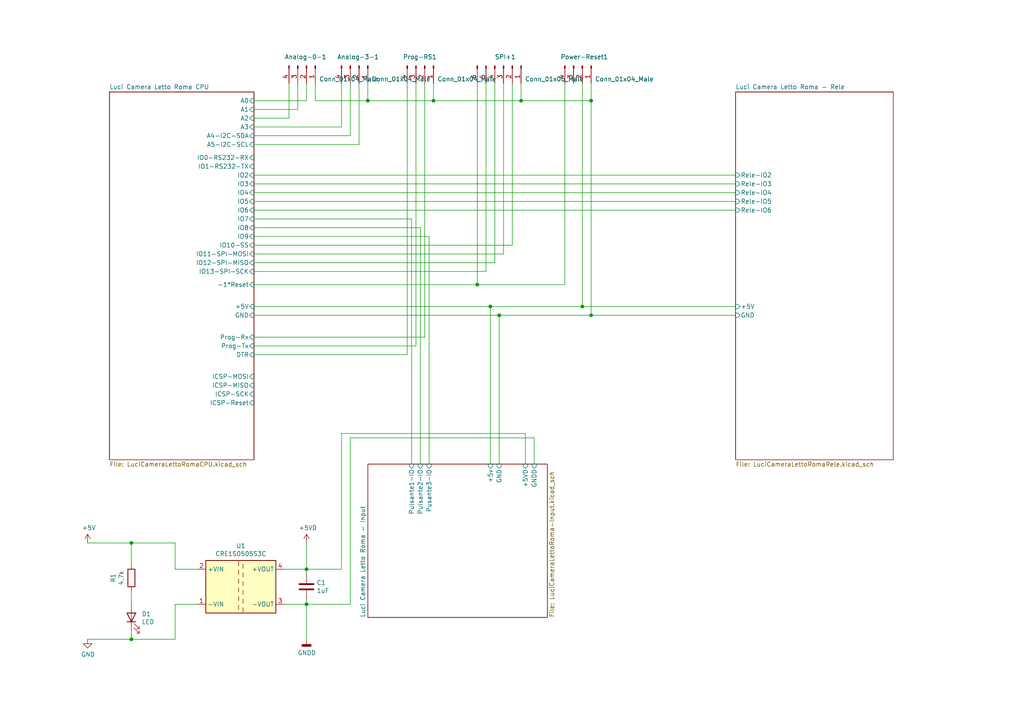
<source format=kicad_sch>
(kicad_sch (version 20211123) (generator eeschema)

  (uuid 9286cf02-1563-41d2-9931-c192c33bab31)

  (paper "A4")

  (lib_symbols
    (symbol "Connector:Conn_01x04_Male" (pin_names (offset 1.016) hide) (in_bom yes) (on_board yes)
      (property "Reference" "J" (id 0) (at 0 5.08 0)
        (effects (font (size 1.27 1.27)))
      )
      (property "Value" "Conn_01x04_Male" (id 1) (at 0 -7.62 0)
        (effects (font (size 1.27 1.27)))
      )
      (property "Footprint" "" (id 2) (at 0 0 0)
        (effects (font (size 1.27 1.27)) hide)
      )
      (property "Datasheet" "~" (id 3) (at 0 0 0)
        (effects (font (size 1.27 1.27)) hide)
      )
      (property "ki_keywords" "connector" (id 4) (at 0 0 0)
        (effects (font (size 1.27 1.27)) hide)
      )
      (property "ki_description" "Generic connector, single row, 01x04, script generated (kicad-library-utils/schlib/autogen/connector/)" (id 5) (at 0 0 0)
        (effects (font (size 1.27 1.27)) hide)
      )
      (property "ki_fp_filters" "Connector*:*_1x??_*" (id 6) (at 0 0 0)
        (effects (font (size 1.27 1.27)) hide)
      )
      (symbol "Conn_01x04_Male_1_1"
        (polyline
          (pts
            (xy 1.27 -5.08)
            (xy 0.8636 -5.08)
          )
          (stroke (width 0.1524) (type default) (color 0 0 0 0))
          (fill (type none))
        )
        (polyline
          (pts
            (xy 1.27 -2.54)
            (xy 0.8636 -2.54)
          )
          (stroke (width 0.1524) (type default) (color 0 0 0 0))
          (fill (type none))
        )
        (polyline
          (pts
            (xy 1.27 0)
            (xy 0.8636 0)
          )
          (stroke (width 0.1524) (type default) (color 0 0 0 0))
          (fill (type none))
        )
        (polyline
          (pts
            (xy 1.27 2.54)
            (xy 0.8636 2.54)
          )
          (stroke (width 0.1524) (type default) (color 0 0 0 0))
          (fill (type none))
        )
        (rectangle (start 0.8636 -4.953) (end 0 -5.207)
          (stroke (width 0.1524) (type default) (color 0 0 0 0))
          (fill (type outline))
        )
        (rectangle (start 0.8636 -2.413) (end 0 -2.667)
          (stroke (width 0.1524) (type default) (color 0 0 0 0))
          (fill (type outline))
        )
        (rectangle (start 0.8636 0.127) (end 0 -0.127)
          (stroke (width 0.1524) (type default) (color 0 0 0 0))
          (fill (type outline))
        )
        (rectangle (start 0.8636 2.667) (end 0 2.413)
          (stroke (width 0.1524) (type default) (color 0 0 0 0))
          (fill (type outline))
        )
        (pin passive line (at 5.08 2.54 180) (length 3.81)
          (name "Pin_1" (effects (font (size 1.27 1.27))))
          (number "1" (effects (font (size 1.27 1.27))))
        )
        (pin passive line (at 5.08 0 180) (length 3.81)
          (name "Pin_2" (effects (font (size 1.27 1.27))))
          (number "2" (effects (font (size 1.27 1.27))))
        )
        (pin passive line (at 5.08 -2.54 180) (length 3.81)
          (name "Pin_3" (effects (font (size 1.27 1.27))))
          (number "3" (effects (font (size 1.27 1.27))))
        )
        (pin passive line (at 5.08 -5.08 180) (length 3.81)
          (name "Pin_4" (effects (font (size 1.27 1.27))))
          (number "4" (effects (font (size 1.27 1.27))))
        )
      )
    )
    (symbol "Connector:Conn_01x06_Male" (pin_names (offset 1.016) hide) (in_bom yes) (on_board yes)
      (property "Reference" "J" (id 0) (at 0 7.62 0)
        (effects (font (size 1.27 1.27)))
      )
      (property "Value" "Conn_01x06_Male" (id 1) (at 0 -10.16 0)
        (effects (font (size 1.27 1.27)))
      )
      (property "Footprint" "" (id 2) (at 0 0 0)
        (effects (font (size 1.27 1.27)) hide)
      )
      (property "Datasheet" "~" (id 3) (at 0 0 0)
        (effects (font (size 1.27 1.27)) hide)
      )
      (property "ki_keywords" "connector" (id 4) (at 0 0 0)
        (effects (font (size 1.27 1.27)) hide)
      )
      (property "ki_description" "Generic connector, single row, 01x06, script generated (kicad-library-utils/schlib/autogen/connector/)" (id 5) (at 0 0 0)
        (effects (font (size 1.27 1.27)) hide)
      )
      (property "ki_fp_filters" "Connector*:*_1x??_*" (id 6) (at 0 0 0)
        (effects (font (size 1.27 1.27)) hide)
      )
      (symbol "Conn_01x06_Male_1_1"
        (polyline
          (pts
            (xy 1.27 -7.62)
            (xy 0.8636 -7.62)
          )
          (stroke (width 0.1524) (type default) (color 0 0 0 0))
          (fill (type none))
        )
        (polyline
          (pts
            (xy 1.27 -5.08)
            (xy 0.8636 -5.08)
          )
          (stroke (width 0.1524) (type default) (color 0 0 0 0))
          (fill (type none))
        )
        (polyline
          (pts
            (xy 1.27 -2.54)
            (xy 0.8636 -2.54)
          )
          (stroke (width 0.1524) (type default) (color 0 0 0 0))
          (fill (type none))
        )
        (polyline
          (pts
            (xy 1.27 0)
            (xy 0.8636 0)
          )
          (stroke (width 0.1524) (type default) (color 0 0 0 0))
          (fill (type none))
        )
        (polyline
          (pts
            (xy 1.27 2.54)
            (xy 0.8636 2.54)
          )
          (stroke (width 0.1524) (type default) (color 0 0 0 0))
          (fill (type none))
        )
        (polyline
          (pts
            (xy 1.27 5.08)
            (xy 0.8636 5.08)
          )
          (stroke (width 0.1524) (type default) (color 0 0 0 0))
          (fill (type none))
        )
        (rectangle (start 0.8636 -7.493) (end 0 -7.747)
          (stroke (width 0.1524) (type default) (color 0 0 0 0))
          (fill (type outline))
        )
        (rectangle (start 0.8636 -4.953) (end 0 -5.207)
          (stroke (width 0.1524) (type default) (color 0 0 0 0))
          (fill (type outline))
        )
        (rectangle (start 0.8636 -2.413) (end 0 -2.667)
          (stroke (width 0.1524) (type default) (color 0 0 0 0))
          (fill (type outline))
        )
        (rectangle (start 0.8636 0.127) (end 0 -0.127)
          (stroke (width 0.1524) (type default) (color 0 0 0 0))
          (fill (type outline))
        )
        (rectangle (start 0.8636 2.667) (end 0 2.413)
          (stroke (width 0.1524) (type default) (color 0 0 0 0))
          (fill (type outline))
        )
        (rectangle (start 0.8636 5.207) (end 0 4.953)
          (stroke (width 0.1524) (type default) (color 0 0 0 0))
          (fill (type outline))
        )
        (pin passive line (at 5.08 5.08 180) (length 3.81)
          (name "Pin_1" (effects (font (size 1.27 1.27))))
          (number "1" (effects (font (size 1.27 1.27))))
        )
        (pin passive line (at 5.08 2.54 180) (length 3.81)
          (name "Pin_2" (effects (font (size 1.27 1.27))))
          (number "2" (effects (font (size 1.27 1.27))))
        )
        (pin passive line (at 5.08 0 180) (length 3.81)
          (name "Pin_3" (effects (font (size 1.27 1.27))))
          (number "3" (effects (font (size 1.27 1.27))))
        )
        (pin passive line (at 5.08 -2.54 180) (length 3.81)
          (name "Pin_4" (effects (font (size 1.27 1.27))))
          (number "4" (effects (font (size 1.27 1.27))))
        )
        (pin passive line (at 5.08 -5.08 180) (length 3.81)
          (name "Pin_5" (effects (font (size 1.27 1.27))))
          (number "5" (effects (font (size 1.27 1.27))))
        )
        (pin passive line (at 5.08 -7.62 180) (length 3.81)
          (name "Pin_6" (effects (font (size 1.27 1.27))))
          (number "6" (effects (font (size 1.27 1.27))))
        )
      )
    )
    (symbol "Device:C" (pin_numbers hide) (pin_names (offset 0.254)) (in_bom yes) (on_board yes)
      (property "Reference" "C" (id 0) (at 0.635 2.54 0)
        (effects (font (size 1.27 1.27)) (justify left))
      )
      (property "Value" "C" (id 1) (at 0.635 -2.54 0)
        (effects (font (size 1.27 1.27)) (justify left))
      )
      (property "Footprint" "" (id 2) (at 0.9652 -3.81 0)
        (effects (font (size 1.27 1.27)) hide)
      )
      (property "Datasheet" "~" (id 3) (at 0 0 0)
        (effects (font (size 1.27 1.27)) hide)
      )
      (property "ki_keywords" "cap capacitor" (id 4) (at 0 0 0)
        (effects (font (size 1.27 1.27)) hide)
      )
      (property "ki_description" "Unpolarized capacitor" (id 5) (at 0 0 0)
        (effects (font (size 1.27 1.27)) hide)
      )
      (property "ki_fp_filters" "C_*" (id 6) (at 0 0 0)
        (effects (font (size 1.27 1.27)) hide)
      )
      (symbol "C_0_1"
        (polyline
          (pts
            (xy -2.032 -0.762)
            (xy 2.032 -0.762)
          )
          (stroke (width 0.508) (type default) (color 0 0 0 0))
          (fill (type none))
        )
        (polyline
          (pts
            (xy -2.032 0.762)
            (xy 2.032 0.762)
          )
          (stroke (width 0.508) (type default) (color 0 0 0 0))
          (fill (type none))
        )
      )
      (symbol "C_1_1"
        (pin passive line (at 0 3.81 270) (length 2.794)
          (name "~" (effects (font (size 1.27 1.27))))
          (number "1" (effects (font (size 1.27 1.27))))
        )
        (pin passive line (at 0 -3.81 90) (length 2.794)
          (name "~" (effects (font (size 1.27 1.27))))
          (number "2" (effects (font (size 1.27 1.27))))
        )
      )
    )
    (symbol "Device:LED" (pin_numbers hide) (pin_names (offset 1.016) hide) (in_bom yes) (on_board yes)
      (property "Reference" "D" (id 0) (at 0 2.54 0)
        (effects (font (size 1.27 1.27)))
      )
      (property "Value" "LED" (id 1) (at 0 -2.54 0)
        (effects (font (size 1.27 1.27)))
      )
      (property "Footprint" "" (id 2) (at 0 0 0)
        (effects (font (size 1.27 1.27)) hide)
      )
      (property "Datasheet" "~" (id 3) (at 0 0 0)
        (effects (font (size 1.27 1.27)) hide)
      )
      (property "ki_keywords" "LED diode" (id 4) (at 0 0 0)
        (effects (font (size 1.27 1.27)) hide)
      )
      (property "ki_description" "Light emitting diode" (id 5) (at 0 0 0)
        (effects (font (size 1.27 1.27)) hide)
      )
      (property "ki_fp_filters" "LED* LED_SMD:* LED_THT:*" (id 6) (at 0 0 0)
        (effects (font (size 1.27 1.27)) hide)
      )
      (symbol "LED_0_1"
        (polyline
          (pts
            (xy -1.27 -1.27)
            (xy -1.27 1.27)
          )
          (stroke (width 0.254) (type default) (color 0 0 0 0))
          (fill (type none))
        )
        (polyline
          (pts
            (xy -1.27 0)
            (xy 1.27 0)
          )
          (stroke (width 0) (type default) (color 0 0 0 0))
          (fill (type none))
        )
        (polyline
          (pts
            (xy 1.27 -1.27)
            (xy 1.27 1.27)
            (xy -1.27 0)
            (xy 1.27 -1.27)
          )
          (stroke (width 0.254) (type default) (color 0 0 0 0))
          (fill (type none))
        )
        (polyline
          (pts
            (xy -3.048 -0.762)
            (xy -4.572 -2.286)
            (xy -3.81 -2.286)
            (xy -4.572 -2.286)
            (xy -4.572 -1.524)
          )
          (stroke (width 0) (type default) (color 0 0 0 0))
          (fill (type none))
        )
        (polyline
          (pts
            (xy -1.778 -0.762)
            (xy -3.302 -2.286)
            (xy -2.54 -2.286)
            (xy -3.302 -2.286)
            (xy -3.302 -1.524)
          )
          (stroke (width 0) (type default) (color 0 0 0 0))
          (fill (type none))
        )
      )
      (symbol "LED_1_1"
        (pin passive line (at -3.81 0 0) (length 2.54)
          (name "K" (effects (font (size 1.27 1.27))))
          (number "1" (effects (font (size 1.27 1.27))))
        )
        (pin passive line (at 3.81 0 180) (length 2.54)
          (name "A" (effects (font (size 1.27 1.27))))
          (number "2" (effects (font (size 1.27 1.27))))
        )
      )
    )
    (symbol "Device:R" (pin_numbers hide) (pin_names (offset 0)) (in_bom yes) (on_board yes)
      (property "Reference" "R" (id 0) (at 2.032 0 90)
        (effects (font (size 1.27 1.27)))
      )
      (property "Value" "R" (id 1) (at 0 0 90)
        (effects (font (size 1.27 1.27)))
      )
      (property "Footprint" "" (id 2) (at -1.778 0 90)
        (effects (font (size 1.27 1.27)) hide)
      )
      (property "Datasheet" "~" (id 3) (at 0 0 0)
        (effects (font (size 1.27 1.27)) hide)
      )
      (property "ki_keywords" "R res resistor" (id 4) (at 0 0 0)
        (effects (font (size 1.27 1.27)) hide)
      )
      (property "ki_description" "Resistor" (id 5) (at 0 0 0)
        (effects (font (size 1.27 1.27)) hide)
      )
      (property "ki_fp_filters" "R_*" (id 6) (at 0 0 0)
        (effects (font (size 1.27 1.27)) hide)
      )
      (symbol "R_0_1"
        (rectangle (start -1.016 -2.54) (end 1.016 2.54)
          (stroke (width 0.254) (type default) (color 0 0 0 0))
          (fill (type none))
        )
      )
      (symbol "R_1_1"
        (pin passive line (at 0 3.81 270) (length 1.27)
          (name "~" (effects (font (size 1.27 1.27))))
          (number "1" (effects (font (size 1.27 1.27))))
        )
        (pin passive line (at 0 -3.81 90) (length 1.27)
          (name "~" (effects (font (size 1.27 1.27))))
          (number "2" (effects (font (size 1.27 1.27))))
        )
      )
    )
    (symbol "Regulator_Switching:CRE1S0505S3C" (in_bom yes) (on_board yes)
      (property "Reference" "U" (id 0) (at -8.89 8.89 0)
        (effects (font (size 1.27 1.27)))
      )
      (property "Value" "CRE1S0505S3C" (id 1) (at 2.54 8.89 0)
        (effects (font (size 1.27 1.27)))
      )
      (property "Footprint" "Converter_DCDC:Converter_DCDC_Murata_CRE1xxxxxx3C_THT" (id 2) (at 0 -10.16 0)
        (effects (font (size 1.27 1.27)) hide)
      )
      (property "Datasheet" "http://power.murata.com/datasheet?/data/power/ncl/kdc_cre1.pdf" (id 3) (at 0 -12.7 0)
        (effects (font (size 1.27 1.27)) hide)
      )
      (property "ki_keywords" "Murata isolated isolation dc-dc converter transformer" (id 4) (at 0 0 0)
        (effects (font (size 1.27 1.27)) hide)
      )
      (property "ki_description" "5V to 5V 200mA, Isolated 2W Single-Output DC-DC Converter Modules with 3kV isolation, SIP-4" (id 5) (at 0 0 0)
        (effects (font (size 1.27 1.27)) hide)
      )
      (property "ki_fp_filters" "Converter*DCDC*Murata*CRE1xxxxxx3C*" (id 6) (at 0 0 0)
        (effects (font (size 1.27 1.27)) hide)
      )
      (symbol "CRE1S0505S3C_0_1"
        (rectangle (start -10.16 7.62) (end 10.16 -7.62)
          (stroke (width 0.254) (type default) (color 0 0 0 0))
          (fill (type background))
        )
        (polyline
          (pts
            (xy -0.635 -5.334)
            (xy -0.635 -6.604)
          )
          (stroke (width 0) (type default) (color 0 0 0 0))
          (fill (type none))
        )
        (polyline
          (pts
            (xy -0.635 -2.794)
            (xy -0.635 -4.064)
          )
          (stroke (width 0) (type default) (color 0 0 0 0))
          (fill (type none))
        )
        (polyline
          (pts
            (xy -0.635 -0.254)
            (xy -0.635 -1.524)
          )
          (stroke (width 0) (type default) (color 0 0 0 0))
          (fill (type none))
        )
        (polyline
          (pts
            (xy -0.635 2.286)
            (xy -0.635 1.016)
          )
          (stroke (width 0) (type default) (color 0 0 0 0))
          (fill (type none))
        )
        (polyline
          (pts
            (xy -0.635 4.826)
            (xy -0.635 3.556)
          )
          (stroke (width 0) (type default) (color 0 0 0 0))
          (fill (type none))
        )
        (polyline
          (pts
            (xy -0.635 7.366)
            (xy -0.635 6.096)
          )
          (stroke (width 0) (type default) (color 0 0 0 0))
          (fill (type none))
        )
        (polyline
          (pts
            (xy 0.635 -7.366)
            (xy 0.635 -6.096)
          )
          (stroke (width 0) (type default) (color 0 0 0 0))
          (fill (type none))
        )
        (polyline
          (pts
            (xy 0.635 -4.826)
            (xy 0.635 -3.556)
          )
          (stroke (width 0) (type default) (color 0 0 0 0))
          (fill (type none))
        )
        (polyline
          (pts
            (xy 0.635 -2.286)
            (xy 0.635 -1.016)
          )
          (stroke (width 0) (type default) (color 0 0 0 0))
          (fill (type none))
        )
        (polyline
          (pts
            (xy 0.635 0.254)
            (xy 0.635 1.524)
          )
          (stroke (width 0) (type default) (color 0 0 0 0))
          (fill (type none))
        )
        (polyline
          (pts
            (xy 0.635 2.794)
            (xy 0.635 4.064)
          )
          (stroke (width 0) (type default) (color 0 0 0 0))
          (fill (type none))
        )
        (polyline
          (pts
            (xy 0.635 5.334)
            (xy 0.635 6.604)
          )
          (stroke (width 0) (type default) (color 0 0 0 0))
          (fill (type none))
        )
      )
      (symbol "CRE1S0505S3C_1_1"
        (pin power_in line (at -12.7 -5.08 0) (length 2.54)
          (name "-VIN" (effects (font (size 1.27 1.27))))
          (number "1" (effects (font (size 1.27 1.27))))
        )
        (pin power_in line (at -12.7 5.08 0) (length 2.54)
          (name "+VIN" (effects (font (size 1.27 1.27))))
          (number "2" (effects (font (size 1.27 1.27))))
        )
        (pin power_out line (at 12.7 -5.08 180) (length 2.54)
          (name "-VOUT" (effects (font (size 1.27 1.27))))
          (number "3" (effects (font (size 1.27 1.27))))
        )
        (pin power_out line (at 12.7 5.08 180) (length 2.54)
          (name "+VOUT" (effects (font (size 1.27 1.27))))
          (number "4" (effects (font (size 1.27 1.27))))
        )
      )
    )
    (symbol "power:+5V" (power) (pin_names (offset 0)) (in_bom yes) (on_board yes)
      (property "Reference" "#PWR" (id 0) (at 0 -3.81 0)
        (effects (font (size 1.27 1.27)) hide)
      )
      (property "Value" "+5V" (id 1) (at 0 3.556 0)
        (effects (font (size 1.27 1.27)))
      )
      (property "Footprint" "" (id 2) (at 0 0 0)
        (effects (font (size 1.27 1.27)) hide)
      )
      (property "Datasheet" "" (id 3) (at 0 0 0)
        (effects (font (size 1.27 1.27)) hide)
      )
      (property "ki_keywords" "power-flag" (id 4) (at 0 0 0)
        (effects (font (size 1.27 1.27)) hide)
      )
      (property "ki_description" "Power symbol creates a global label with name \"+5V\"" (id 5) (at 0 0 0)
        (effects (font (size 1.27 1.27)) hide)
      )
      (symbol "+5V_0_1"
        (polyline
          (pts
            (xy -0.762 1.27)
            (xy 0 2.54)
          )
          (stroke (width 0) (type default) (color 0 0 0 0))
          (fill (type none))
        )
        (polyline
          (pts
            (xy 0 0)
            (xy 0 2.54)
          )
          (stroke (width 0) (type default) (color 0 0 0 0))
          (fill (type none))
        )
        (polyline
          (pts
            (xy 0 2.54)
            (xy 0.762 1.27)
          )
          (stroke (width 0) (type default) (color 0 0 0 0))
          (fill (type none))
        )
      )
      (symbol "+5V_1_1"
        (pin power_in line (at 0 0 90) (length 0) hide
          (name "+5V" (effects (font (size 1.27 1.27))))
          (number "1" (effects (font (size 1.27 1.27))))
        )
      )
    )
    (symbol "power:+5VD" (power) (pin_names (offset 0)) (in_bom yes) (on_board yes)
      (property "Reference" "#PWR" (id 0) (at 0 -3.81 0)
        (effects (font (size 1.27 1.27)) hide)
      )
      (property "Value" "+5VD" (id 1) (at 0 3.556 0)
        (effects (font (size 1.27 1.27)))
      )
      (property "Footprint" "" (id 2) (at 0 0 0)
        (effects (font (size 1.27 1.27)) hide)
      )
      (property "Datasheet" "" (id 3) (at 0 0 0)
        (effects (font (size 1.27 1.27)) hide)
      )
      (property "ki_keywords" "power-flag" (id 4) (at 0 0 0)
        (effects (font (size 1.27 1.27)) hide)
      )
      (property "ki_description" "Power symbol creates a global label with name \"+5VD\"" (id 5) (at 0 0 0)
        (effects (font (size 1.27 1.27)) hide)
      )
      (symbol "+5VD_0_1"
        (polyline
          (pts
            (xy -0.762 1.27)
            (xy 0 2.54)
          )
          (stroke (width 0) (type default) (color 0 0 0 0))
          (fill (type none))
        )
        (polyline
          (pts
            (xy 0 0)
            (xy 0 2.54)
          )
          (stroke (width 0) (type default) (color 0 0 0 0))
          (fill (type none))
        )
        (polyline
          (pts
            (xy 0 2.54)
            (xy 0.762 1.27)
          )
          (stroke (width 0) (type default) (color 0 0 0 0))
          (fill (type none))
        )
      )
      (symbol "+5VD_1_1"
        (pin power_in line (at 0 0 90) (length 0) hide
          (name "+5VD" (effects (font (size 1.27 1.27))))
          (number "1" (effects (font (size 1.27 1.27))))
        )
      )
    )
    (symbol "power:GND" (power) (pin_names (offset 0)) (in_bom yes) (on_board yes)
      (property "Reference" "#PWR" (id 0) (at 0 -6.35 0)
        (effects (font (size 1.27 1.27)) hide)
      )
      (property "Value" "GND" (id 1) (at 0 -3.81 0)
        (effects (font (size 1.27 1.27)))
      )
      (property "Footprint" "" (id 2) (at 0 0 0)
        (effects (font (size 1.27 1.27)) hide)
      )
      (property "Datasheet" "" (id 3) (at 0 0 0)
        (effects (font (size 1.27 1.27)) hide)
      )
      (property "ki_keywords" "power-flag" (id 4) (at 0 0 0)
        (effects (font (size 1.27 1.27)) hide)
      )
      (property "ki_description" "Power symbol creates a global label with name \"GND\" , ground" (id 5) (at 0 0 0)
        (effects (font (size 1.27 1.27)) hide)
      )
      (symbol "GND_0_1"
        (polyline
          (pts
            (xy 0 0)
            (xy 0 -1.27)
            (xy 1.27 -1.27)
            (xy 0 -2.54)
            (xy -1.27 -1.27)
            (xy 0 -1.27)
          )
          (stroke (width 0) (type default) (color 0 0 0 0))
          (fill (type none))
        )
      )
      (symbol "GND_1_1"
        (pin power_in line (at 0 0 270) (length 0) hide
          (name "GND" (effects (font (size 1.27 1.27))))
          (number "1" (effects (font (size 1.27 1.27))))
        )
      )
    )
    (symbol "power:GNDD" (power) (pin_names (offset 0)) (in_bom yes) (on_board yes)
      (property "Reference" "#PWR" (id 0) (at 0 -6.35 0)
        (effects (font (size 1.27 1.27)) hide)
      )
      (property "Value" "GNDD" (id 1) (at 0 -3.175 0)
        (effects (font (size 1.27 1.27)))
      )
      (property "Footprint" "" (id 2) (at 0 0 0)
        (effects (font (size 1.27 1.27)) hide)
      )
      (property "Datasheet" "" (id 3) (at 0 0 0)
        (effects (font (size 1.27 1.27)) hide)
      )
      (property "ki_keywords" "power-flag" (id 4) (at 0 0 0)
        (effects (font (size 1.27 1.27)) hide)
      )
      (property "ki_description" "Power symbol creates a global label with name \"GNDD\" , digital ground" (id 5) (at 0 0 0)
        (effects (font (size 1.27 1.27)) hide)
      )
      (symbol "GNDD_0_1"
        (rectangle (start -1.27 -1.524) (end 1.27 -2.032)
          (stroke (width 0.254) (type default) (color 0 0 0 0))
          (fill (type outline))
        )
        (polyline
          (pts
            (xy 0 0)
            (xy 0 -1.524)
          )
          (stroke (width 0) (type default) (color 0 0 0 0))
          (fill (type none))
        )
      )
      (symbol "GNDD_1_1"
        (pin power_in line (at 0 0 270) (length 0) hide
          (name "GNDD" (effects (font (size 1.27 1.27))))
          (number "1" (effects (font (size 1.27 1.27))))
        )
      )
    )
  )

  (junction (at 38.1 157.48) (diameter 0) (color 0 0 0 0)
    (uuid 05f2859d-2820-4e84-b395-696011feb13b)
  )
  (junction (at 88.9 165.1) (diameter 0) (color 0 0 0 0)
    (uuid 0dfdfa9f-1e3f-4e14-b64b-12bde76a80c7)
  )
  (junction (at 171.45 29.21) (diameter 0) (color 0 0 0 0)
    (uuid 14094ad2-b562-4efa-8c6f-51d7a3134345)
  )
  (junction (at 138.43 82.55) (diameter 0) (color 0 0 0 0)
    (uuid 1427bb3f-0689-4b41-a816-cd79a5202fd0)
  )
  (junction (at 106.68 29.21) (diameter 0) (color 0 0 0 0)
    (uuid 1cb22080-0f59-4c18-a6e6-8685ef44ec53)
  )
  (junction (at 88.9 175.26) (diameter 0) (color 0 0 0 0)
    (uuid 5c7d6eaf-f256-4349-8203-d2e836872231)
  )
  (junction (at 125.73 29.21) (diameter 0) (color 0 0 0 0)
    (uuid 616287d9-a51f-498c-8b91-be46a0aa3a7f)
  )
  (junction (at 151.13 29.21) (diameter 0) (color 0 0 0 0)
    (uuid 637f12be-fa48-4ce4-96b2-04c21a8795c8)
  )
  (junction (at 144.78 91.44) (diameter 0) (color 0 0 0 0)
    (uuid 98fe66f3-ec8b-4515-ae34-617f2124a7ec)
  )
  (junction (at 171.45 91.44) (diameter 0) (color 0 0 0 0)
    (uuid dda1e6ca-91ec-4136-b90b-3c54d79454b9)
  )
  (junction (at 38.1 185.42) (diameter 0) (color 0 0 0 0)
    (uuid f19c9655-8ddb-411a-96dd-bd986870c3c6)
  )
  (junction (at 168.91 88.9) (diameter 0) (color 0 0 0 0)
    (uuid f5bf5b4a-5213-48af-a5cd-0d67969d2de6)
  )
  (junction (at 142.24 88.9) (diameter 0) (color 0 0 0 0)
    (uuid fc3d51c1-8b35-4da3-a742-0ebe104989d7)
  )

  (wire (pts (xy 143.51 76.2) (xy 143.51 24.13))
    (stroke (width 0) (type default) (color 0 0 0 0))
    (uuid 0cbeb329-a88d-4a47-a5c2-a1d693de2f8c)
  )
  (wire (pts (xy 123.19 24.13) (xy 123.19 97.79))
    (stroke (width 0) (type default) (color 0 0 0 0))
    (uuid 0e249018-17e7-42b3-ae5d-5ebf3ae299ae)
  )
  (wire (pts (xy 73.66 29.21) (xy 88.9 29.21))
    (stroke (width 0) (type default) (color 0 0 0 0))
    (uuid 0fc5db66-6188-4c1f-bb14-0868bef113eb)
  )
  (wire (pts (xy 38.1 182.88) (xy 38.1 185.42))
    (stroke (width 0) (type default) (color 0 0 0 0))
    (uuid 18ca5aef-6a2c-41ac-9e7f-bf7acb716e53)
  )
  (wire (pts (xy 121.92 134.62) (xy 121.92 66.04))
    (stroke (width 0) (type default) (color 0 0 0 0))
    (uuid 1dfbf353-5b24-4c0f-8322-8fcd514ae75e)
  )
  (wire (pts (xy 99.06 24.13) (xy 99.06 36.83))
    (stroke (width 0) (type default) (color 0 0 0 0))
    (uuid 1fd83d14-dcdf-4e54-967a-0f6de57cc95b)
  )
  (wire (pts (xy 50.8 157.48) (xy 50.8 165.1))
    (stroke (width 0) (type default) (color 0 0 0 0))
    (uuid 2a1de22d-6451-488d-af77-0bf8841bd695)
  )
  (wire (pts (xy 88.9 165.1) (xy 88.9 157.48))
    (stroke (width 0) (type default) (color 0 0 0 0))
    (uuid 2c60448a-e30f-46b2-89e1-a44f51688efc)
  )
  (wire (pts (xy 73.66 63.5) (xy 119.38 63.5))
    (stroke (width 0) (type default) (color 0 0 0 0))
    (uuid 2e0a9f64-1b78-4597-8d50-d12d2268a95a)
  )
  (wire (pts (xy 73.66 36.83) (xy 99.06 36.83))
    (stroke (width 0) (type default) (color 0 0 0 0))
    (uuid 319639ae-c2c5-486d-93b1-d03bb1b64252)
  )
  (wire (pts (xy 73.66 68.58) (xy 124.46 68.58))
    (stroke (width 0) (type default) (color 0 0 0 0))
    (uuid 337e8520-cbd2-42c0-8d17-743bab17cbbd)
  )
  (wire (pts (xy 99.06 165.1) (xy 88.9 165.1))
    (stroke (width 0) (type default) (color 0 0 0 0))
    (uuid 3a41dd27-ec14-44d5-b505-aad1d829f79a)
  )
  (wire (pts (xy 88.9 166.37) (xy 88.9 165.1))
    (stroke (width 0) (type default) (color 0 0 0 0))
    (uuid 3c9169cc-3a77-4ae0-8afc-cbfc472a28c5)
  )
  (wire (pts (xy 88.9 29.21) (xy 88.9 24.13))
    (stroke (width 0) (type default) (color 0 0 0 0))
    (uuid 3d6cdd62-5634-4e30-acf8-1b9c1dbf6653)
  )
  (wire (pts (xy 104.14 24.13) (xy 104.14 41.91))
    (stroke (width 0) (type default) (color 0 0 0 0))
    (uuid 43253d8a-7304-4beb-b968-d7787a10b7b2)
  )
  (wire (pts (xy 73.66 41.91) (xy 104.14 41.91))
    (stroke (width 0) (type default) (color 0 0 0 0))
    (uuid 4434bcf0-3b01-4ae8-96ed-9c325160c3d1)
  )
  (wire (pts (xy 50.8 185.42) (xy 38.1 185.42))
    (stroke (width 0) (type default) (color 0 0 0 0))
    (uuid 576f00e6-a1be-45d3-9b93-e26d9e0fe306)
  )
  (wire (pts (xy 119.38 63.5) (xy 119.38 134.62))
    (stroke (width 0) (type default) (color 0 0 0 0))
    (uuid 582622a2-fad4-4737-9a80-be9fffbba8ab)
  )
  (wire (pts (xy 91.44 29.21) (xy 106.68 29.21))
    (stroke (width 0) (type default) (color 0 0 0 0))
    (uuid 590fefcc-03e7-45d6-b6c9-e51a7c3c36c4)
  )
  (wire (pts (xy 91.44 24.13) (xy 91.44 29.21))
    (stroke (width 0) (type default) (color 0 0 0 0))
    (uuid 59cb2966-1e9c-4b3b-b3c8-7499378d8dde)
  )
  (wire (pts (xy 144.78 134.62) (xy 144.78 91.44))
    (stroke (width 0) (type default) (color 0 0 0 0))
    (uuid 59fc765e-1357-4c94-9529-5635418c7d73)
  )
  (wire (pts (xy 88.9 173.99) (xy 88.9 175.26))
    (stroke (width 0) (type default) (color 0 0 0 0))
    (uuid 5f31b97b-d794-46d6-bbd9-7a5638bcf704)
  )
  (wire (pts (xy 151.13 29.21) (xy 171.45 29.21))
    (stroke (width 0) (type default) (color 0 0 0 0))
    (uuid 5ff19d63-2cb4-438b-93c4-e66d37a05329)
  )
  (wire (pts (xy 171.45 24.13) (xy 171.45 29.21))
    (stroke (width 0) (type default) (color 0 0 0 0))
    (uuid 633292d3-80c5-4986-be82-ce926e9f09f4)
  )
  (wire (pts (xy 123.19 97.79) (xy 73.66 97.79))
    (stroke (width 0) (type default) (color 0 0 0 0))
    (uuid 63489ebf-0f52-43a6-a0ab-158b1a7d4988)
  )
  (wire (pts (xy 73.66 60.96) (xy 213.36 60.96))
    (stroke (width 0) (type default) (color 0 0 0 0))
    (uuid 6ac3ab53-7523-4805-bfd2-5de19dff127e)
  )
  (wire (pts (xy 73.66 73.66) (xy 146.05 73.66))
    (stroke (width 0) (type default) (color 0 0 0 0))
    (uuid 6d0c9e39-9878-44c8-8283-9a59e45006fa)
  )
  (wire (pts (xy 101.6 127) (xy 101.6 175.26))
    (stroke (width 0) (type default) (color 0 0 0 0))
    (uuid 6f580eb1-88cc-489d-a7ca-9efa5e590715)
  )
  (wire (pts (xy 106.68 29.21) (xy 125.73 29.21))
    (stroke (width 0) (type default) (color 0 0 0 0))
    (uuid 701e1517-e8cf-46f4-b538-98e721c97380)
  )
  (wire (pts (xy 50.8 175.26) (xy 50.8 185.42))
    (stroke (width 0) (type default) (color 0 0 0 0))
    (uuid 713e0777-58b2-4487-baca-60d0ebed27c3)
  )
  (wire (pts (xy 83.82 34.29) (xy 83.82 24.13))
    (stroke (width 0) (type default) (color 0 0 0 0))
    (uuid 759788bd-3cb9-4d38-b58c-5cb10b7dca6b)
  )
  (wire (pts (xy 213.36 88.9) (xy 168.91 88.9))
    (stroke (width 0) (type default) (color 0 0 0 0))
    (uuid 7744b6ee-910d-401d-b730-65c35d3d8092)
  )
  (wire (pts (xy 163.83 82.55) (xy 138.43 82.55))
    (stroke (width 0) (type default) (color 0 0 0 0))
    (uuid 78f9c3d3-3556-46f6-9744-05ad54b330f0)
  )
  (wire (pts (xy 148.59 71.12) (xy 73.66 71.12))
    (stroke (width 0) (type default) (color 0 0 0 0))
    (uuid 7c411b3e-aca2-424f-b644-2d21c9d80fa7)
  )
  (wire (pts (xy 118.11 24.13) (xy 118.11 102.87))
    (stroke (width 0) (type default) (color 0 0 0 0))
    (uuid 7db990e4-92e1-4f99-b4d2-435bbec1ba83)
  )
  (wire (pts (xy 140.97 78.74) (xy 140.97 24.13))
    (stroke (width 0) (type default) (color 0 0 0 0))
    (uuid 810ed4ff-ffe2-4032-9af6-fb5ada3bae5b)
  )
  (wire (pts (xy 73.66 50.8) (xy 213.36 50.8))
    (stroke (width 0) (type default) (color 0 0 0 0))
    (uuid 844d7d7a-b386-45a8-aaf6-bf41bbcb43b5)
  )
  (wire (pts (xy 144.78 91.44) (xy 73.66 91.44))
    (stroke (width 0) (type default) (color 0 0 0 0))
    (uuid 89a8e170-a222-41c0-b545-c9f4c5604011)
  )
  (wire (pts (xy 168.91 88.9) (xy 142.24 88.9))
    (stroke (width 0) (type default) (color 0 0 0 0))
    (uuid 89c9afdc-c346-4300-a392-5f9dd8c1e5bd)
  )
  (wire (pts (xy 163.83 24.13) (xy 163.83 82.55))
    (stroke (width 0) (type default) (color 0 0 0 0))
    (uuid 8b7bbefd-8f78-41f8-809c-2534a5de3b39)
  )
  (wire (pts (xy 106.68 24.13) (xy 106.68 29.21))
    (stroke (width 0) (type default) (color 0 0 0 0))
    (uuid 8bdea5f6-7a53-427a-92b8-fd15994c2e8c)
  )
  (wire (pts (xy 118.11 102.87) (xy 73.66 102.87))
    (stroke (width 0) (type default) (color 0 0 0 0))
    (uuid 8efee08b-b92e-4ba6-8722-c058e18114fe)
  )
  (wire (pts (xy 82.55 165.1) (xy 88.9 165.1))
    (stroke (width 0) (type default) (color 0 0 0 0))
    (uuid 901440f4-e2a6-4447-83cc-f58a2b26f5c4)
  )
  (wire (pts (xy 154.94 134.62) (xy 154.94 127))
    (stroke (width 0) (type default) (color 0 0 0 0))
    (uuid 9529c01f-e1cd-40be-b7f0-83780a544249)
  )
  (wire (pts (xy 101.6 24.13) (xy 101.6 39.37))
    (stroke (width 0) (type default) (color 0 0 0 0))
    (uuid 96b61b01-3128-4df1-8829-8f71a3daeb70)
  )
  (wire (pts (xy 142.24 88.9) (xy 142.24 134.62))
    (stroke (width 0) (type default) (color 0 0 0 0))
    (uuid 96db52e2-6336-4f5e-846e-528c594d0509)
  )
  (wire (pts (xy 146.05 73.66) (xy 146.05 24.13))
    (stroke (width 0) (type default) (color 0 0 0 0))
    (uuid 9c607e49-ee5c-4e85-a7da-6fede9912412)
  )
  (wire (pts (xy 73.66 55.88) (xy 213.36 55.88))
    (stroke (width 0) (type default) (color 0 0 0 0))
    (uuid a07b6b2b-7179-4297-b163-5e47ffbe76d3)
  )
  (wire (pts (xy 82.55 175.26) (xy 88.9 175.26))
    (stroke (width 0) (type default) (color 0 0 0 0))
    (uuid a0dee8e6-f88a-4f05-aba0-bab3aafdf2bc)
  )
  (wire (pts (xy 125.73 29.21) (xy 151.13 29.21))
    (stroke (width 0) (type default) (color 0 0 0 0))
    (uuid a599509f-fbb9-4db4-9adf-9e96bab1138d)
  )
  (wire (pts (xy 38.1 157.48) (xy 50.8 157.48))
    (stroke (width 0) (type default) (color 0 0 0 0))
    (uuid a8219a78-6b33-4efa-a789-6a67ce8f7a50)
  )
  (wire (pts (xy 57.15 175.26) (xy 50.8 175.26))
    (stroke (width 0) (type default) (color 0 0 0 0))
    (uuid a8fb8ee0-623f-4870-a716-ecc88f37ef9a)
  )
  (wire (pts (xy 101.6 175.26) (xy 88.9 175.26))
    (stroke (width 0) (type default) (color 0 0 0 0))
    (uuid b13e8448-bf35-4ec0-9c70-3f2250718cc2)
  )
  (wire (pts (xy 168.91 24.13) (xy 168.91 88.9))
    (stroke (width 0) (type default) (color 0 0 0 0))
    (uuid b854a395-bfc6-4140-9640-75d4f9296771)
  )
  (wire (pts (xy 73.66 31.75) (xy 86.36 31.75))
    (stroke (width 0) (type default) (color 0 0 0 0))
    (uuid bb59b92a-e4d0-4b9e-82cd-26304f5c15b8)
  )
  (wire (pts (xy 101.6 39.37) (xy 73.66 39.37))
    (stroke (width 0) (type default) (color 0 0 0 0))
    (uuid c71f56c1-5b7c-4373-9716-fffac482104c)
  )
  (wire (pts (xy 152.4 125.73) (xy 99.06 125.73))
    (stroke (width 0) (type default) (color 0 0 0 0))
    (uuid c7df8431-dcf5-4ab4-b8f8-21c1cafc5246)
  )
  (wire (pts (xy 38.1 171.45) (xy 38.1 175.26))
    (stroke (width 0) (type default) (color 0 0 0 0))
    (uuid c8a7af6e-c432-4fa3-91ee-c8bf0c5a9ebe)
  )
  (wire (pts (xy 171.45 29.21) (xy 171.45 91.44))
    (stroke (width 0) (type default) (color 0 0 0 0))
    (uuid cbebc05a-c4dd-4baf-8c08-196e84e08b27)
  )
  (wire (pts (xy 120.65 100.33) (xy 120.65 24.13))
    (stroke (width 0) (type default) (color 0 0 0 0))
    (uuid cd5e758d-cb66-484a-ae8b-21f53ceee49e)
  )
  (wire (pts (xy 38.1 157.48) (xy 38.1 163.83))
    (stroke (width 0) (type default) (color 0 0 0 0))
    (uuid d01102e9-b170-4eb1-a0a4-9a31feb850b7)
  )
  (wire (pts (xy 171.45 91.44) (xy 213.36 91.44))
    (stroke (width 0) (type default) (color 0 0 0 0))
    (uuid d0cd3439-276c-41ba-b38d-f84f6da38415)
  )
  (wire (pts (xy 213.36 58.42) (xy 73.66 58.42))
    (stroke (width 0) (type default) (color 0 0 0 0))
    (uuid d1a9be32-38ba-44e6-bc35-f031541ab1fe)
  )
  (wire (pts (xy 99.06 125.73) (xy 99.06 165.1))
    (stroke (width 0) (type default) (color 0 0 0 0))
    (uuid d38aa458-d7c4-47af-ba08-2b6be506a3fd)
  )
  (wire (pts (xy 154.94 127) (xy 101.6 127))
    (stroke (width 0) (type default) (color 0 0 0 0))
    (uuid d68e5ddb-039c-483f-88a3-1b0b7964b482)
  )
  (wire (pts (xy 88.9 175.26) (xy 88.9 185.42))
    (stroke (width 0) (type default) (color 0 0 0 0))
    (uuid d7e5a060-eb57-4238-9312-26bc885fc97d)
  )
  (wire (pts (xy 152.4 134.62) (xy 152.4 125.73))
    (stroke (width 0) (type default) (color 0 0 0 0))
    (uuid dde8619c-5a8c-40eb-9845-65e6a654222d)
  )
  (wire (pts (xy 121.92 66.04) (xy 73.66 66.04))
    (stroke (width 0) (type default) (color 0 0 0 0))
    (uuid e0c7ddff-8c90-465f-be62-21fb49b059fa)
  )
  (wire (pts (xy 25.4 157.48) (xy 38.1 157.48))
    (stroke (width 0) (type default) (color 0 0 0 0))
    (uuid e413cfad-d7bd-41ab-b8dd-4b67484671a6)
  )
  (wire (pts (xy 73.66 76.2) (xy 143.51 76.2))
    (stroke (width 0) (type default) (color 0 0 0 0))
    (uuid e5e5220d-5b7e-47da-a902-b997ec8d4d58)
  )
  (wire (pts (xy 73.66 100.33) (xy 120.65 100.33))
    (stroke (width 0) (type default) (color 0 0 0 0))
    (uuid e6d68f56-4a40-4849-b8d1-13d5ca292900)
  )
  (wire (pts (xy 144.78 91.44) (xy 171.45 91.44))
    (stroke (width 0) (type default) (color 0 0 0 0))
    (uuid e7d81bce-286e-41e4-9181-3511e9c0455e)
  )
  (wire (pts (xy 138.43 82.55) (xy 138.43 24.13))
    (stroke (width 0) (type default) (color 0 0 0 0))
    (uuid eac8d865-0226-4958-b547-6b5592f39713)
  )
  (wire (pts (xy 213.36 53.34) (xy 73.66 53.34))
    (stroke (width 0) (type default) (color 0 0 0 0))
    (uuid ebca7c5e-ae52-43e5-ac6c-69a96a9a5b24)
  )
  (wire (pts (xy 73.66 88.9) (xy 142.24 88.9))
    (stroke (width 0) (type default) (color 0 0 0 0))
    (uuid f0ff5d1c-5481-4958-b844-4f68a17d4166)
  )
  (wire (pts (xy 73.66 82.55) (xy 138.43 82.55))
    (stroke (width 0) (type default) (color 0 0 0 0))
    (uuid f2480d0c-9b08-4037-9175-b2369af04d4c)
  )
  (wire (pts (xy 50.8 165.1) (xy 57.15 165.1))
    (stroke (width 0) (type default) (color 0 0 0 0))
    (uuid f3044f68-903d-4063-b253-30d8e3a83eae)
  )
  (wire (pts (xy 73.66 78.74) (xy 140.97 78.74))
    (stroke (width 0) (type default) (color 0 0 0 0))
    (uuid f345e52a-8e0a-425a-b438-90809dd3b799)
  )
  (wire (pts (xy 73.66 34.29) (xy 83.82 34.29))
    (stroke (width 0) (type default) (color 0 0 0 0))
    (uuid f44d04c5-0d17-4d52-8328-ef3b4fdfba5f)
  )
  (wire (pts (xy 148.59 24.13) (xy 148.59 71.12))
    (stroke (width 0) (type default) (color 0 0 0 0))
    (uuid f4a8afbe-ed68-4253-959f-6be4d2cbf8c5)
  )
  (wire (pts (xy 86.36 31.75) (xy 86.36 24.13))
    (stroke (width 0) (type default) (color 0 0 0 0))
    (uuid f6983918-fe05-46ea-b355-bc522ec53440)
  )
  (wire (pts (xy 151.13 24.13) (xy 151.13 29.21))
    (stroke (width 0) (type default) (color 0 0 0 0))
    (uuid f7447e92-4293-41c4-be3f-69b30aad1f17)
  )
  (wire (pts (xy 38.1 185.42) (xy 25.4 185.42))
    (stroke (width 0) (type default) (color 0 0 0 0))
    (uuid f9b1563b-384a-447c-9f47-736504e995c8)
  )
  (wire (pts (xy 125.73 24.13) (xy 125.73 29.21))
    (stroke (width 0) (type default) (color 0 0 0 0))
    (uuid fa00d3f4-bb71-4b1d-aa40-ae9267e2c41f)
  )
  (wire (pts (xy 124.46 68.58) (xy 124.46 134.62))
    (stroke (width 0) (type default) (color 0 0 0 0))
    (uuid fdc60c06-30fa-4dfb-96b4-809b755999e1)
  )

  (symbol (lib_id "power:+5V") (at 25.4 157.48 0)
    (in_bom yes) (on_board yes)
    (uuid 00000000-0000-0000-0000-000061acfd21)
    (property "Reference" "#PWR01" (id 0) (at 25.4 161.29 0)
      (effects (font (size 1.27 1.27)) hide)
    )
    (property "Value" "+5V" (id 1) (at 25.781 153.0858 0))
    (property "Footprint" "" (id 2) (at 25.4 157.48 0)
      (effects (font (size 1.27 1.27)) hide)
    )
    (property "Datasheet" "" (id 3) (at 25.4 157.48 0)
      (effects (font (size 1.27 1.27)) hide)
    )
    (pin "1" (uuid a09bada2-beac-448c-a551-1fc6428ff4eb))
  )

  (symbol (lib_id "power:GND") (at 25.4 185.42 0)
    (in_bom yes) (on_board yes)
    (uuid 00000000-0000-0000-0000-000061acfd27)
    (property "Reference" "#PWR02" (id 0) (at 25.4 191.77 0)
      (effects (font (size 1.27 1.27)) hide)
    )
    (property "Value" "GND" (id 1) (at 25.527 189.8142 0))
    (property "Footprint" "" (id 2) (at 25.4 185.42 0)
      (effects (font (size 1.27 1.27)) hide)
    )
    (property "Datasheet" "" (id 3) (at 25.4 185.42 0)
      (effects (font (size 1.27 1.27)) hide)
    )
    (pin "1" (uuid a4198779-2784-4e36-9bd6-3b4b1e88fab2))
  )

  (symbol (lib_id "Device:R") (at 38.1 167.64 0)
    (in_bom yes) (on_board yes)
    (uuid 00000000-0000-0000-0000-000061ad0fb4)
    (property "Reference" "R1" (id 0) (at 32.8422 167.64 90))
    (property "Value" "4,7k" (id 1) (at 35.1536 167.64 90))
    (property "Footprint" "Resistor_SMD:R_1206_3216Metric" (id 2) (at 36.322 167.64 90)
      (effects (font (size 1.27 1.27)) hide)
    )
    (property "Datasheet" "~" (id 3) (at 38.1 167.64 0)
      (effects (font (size 1.27 1.27)) hide)
    )
    (pin "1" (uuid 54152685-01fd-42a2-b81c-94149c813a68))
    (pin "2" (uuid 2b562250-4eaa-4e95-99cc-642f5c1e03dd))
  )

  (symbol (lib_id "Device:LED") (at 38.1 179.07 90) (unit 1)
    (in_bom yes) (on_board yes)
    (uuid 00000000-0000-0000-0000-000061ad151f)
    (property "Reference" "D1" (id 0) (at 41.0972 178.0794 90)
      (effects (font (size 1.27 1.27)) (justify right))
    )
    (property "Value" "LED" (id 1) (at 41.0972 180.3908 90)
      (effects (font (size 1.27 1.27)) (justify right))
    )
    (property "Footprint" "LED_SMD:LED_1206_3216Metric" (id 2) (at 38.1 179.07 0)
      (effects (font (size 1.27 1.27)) hide)
    )
    (property "Datasheet" "~" (id 3) (at 38.1 179.07 0)
      (effects (font (size 1.27 1.27)) hide)
    )
    (pin "1" (uuid 1e232288-4d68-48a9-91fe-2921aecd67d8))
    (pin "2" (uuid f133eb4b-bea7-4a45-8bb5-e8a6319664c0))
  )

  (symbol (lib_id "Device:C") (at 88.9 170.18 180)
    (in_bom yes) (on_board yes)
    (uuid 00000000-0000-0000-0000-000061b1dbc5)
    (property "Reference" "C1" (id 0) (at 91.821 169.0116 0)
      (effects (font (size 1.27 1.27)) (justify right))
    )
    (property "Value" "1uF" (id 1) (at 91.821 171.323 0)
      (effects (font (size 1.27 1.27)) (justify right))
    )
    (property "Footprint" "Capacitor_SMD:C_1206_3216Metric" (id 2) (at 87.9348 166.37 0)
      (effects (font (size 1.27 1.27)) hide)
    )
    (property "Datasheet" "~" (id 3) (at 88.9 170.18 0)
      (effects (font (size 1.27 1.27)) hide)
    )
    (pin "1" (uuid 48c2ae34-9dd2-42de-a36a-f7eafa7fc89d))
    (pin "2" (uuid 938d9ef3-38a8-49f8-a70a-e4a7703ef7c5))
  )

  (symbol (lib_id "Connector:Conn_01x04_Male") (at 88.9 19.05 270) (unit 1)
    (in_bom yes) (on_board yes)
    (uuid 00000000-0000-0000-0000-000061b240f9)
    (property "Reference" "Analog-0-1" (id 0) (at 82.55 16.51 90)
      (effects (font (size 1.27 1.27)) (justify left))
    )
    (property "Value" "Conn_01x04_Male" (id 1) (at 92.5576 22.9362 90)
      (effects (font (size 1.27 1.27)) (justify left))
    )
    (property "Footprint" "Connector_PinHeader_2.54mm:PinHeader_1x04_P2.54mm_Vertical" (id 2) (at 88.9 19.05 0)
      (effects (font (size 1.27 1.27)) hide)
    )
    (property "Datasheet" "~" (id 3) (at 88.9 19.05 0)
      (effects (font (size 1.27 1.27)) hide)
    )
    (pin "1" (uuid 3bc33de3-365c-45bb-a185-39f60742879e))
    (pin "2" (uuid 1694647d-83c1-4388-aa8b-7997123d5d04))
    (pin "3" (uuid 00850874-bded-4d40-b4b9-11561248ce41))
    (pin "4" (uuid 55da631e-d25e-4f3c-8d07-718507613995))
  )

  (symbol (lib_id "Connector:Conn_01x04_Male") (at 104.14 19.05 270) (unit 1)
    (in_bom yes) (on_board yes)
    (uuid 00000000-0000-0000-0000-000061b26c4c)
    (property "Reference" "Analog-3-1" (id 0) (at 97.79 16.51 90)
      (effects (font (size 1.27 1.27)) (justify left))
    )
    (property "Value" "Conn_01x04_Male" (id 1) (at 107.7976 22.9362 90)
      (effects (font (size 1.27 1.27)) (justify left))
    )
    (property "Footprint" "Connector_PinHeader_2.54mm:PinHeader_1x04_P2.54mm_Vertical" (id 2) (at 104.14 19.05 0)
      (effects (font (size 1.27 1.27)) hide)
    )
    (property "Datasheet" "~" (id 3) (at 104.14 19.05 0)
      (effects (font (size 1.27 1.27)) hide)
    )
    (pin "1" (uuid a7156477-32e7-4f52-8288-ffd577632a68))
    (pin "2" (uuid 3e5e38e2-61bd-41a0-94ac-00ab08ce601d))
    (pin "3" (uuid 8f367423-854f-4c0e-a40f-898c5f634184))
    (pin "4" (uuid 1e0cfdb2-d3f2-4bfd-bfd4-8dae3451acec))
  )

  (symbol (lib_id "Connector:Conn_01x04_Male") (at 123.19 19.05 270) (unit 1)
    (in_bom yes) (on_board yes)
    (uuid 00000000-0000-0000-0000-000061b29ee2)
    (property "Reference" "Prog-RS1" (id 0) (at 116.84 16.51 90)
      (effects (font (size 1.27 1.27)) (justify left))
    )
    (property "Value" "Conn_01x04_Male" (id 1) (at 126.8476 22.9362 90)
      (effects (font (size 1.27 1.27)) (justify left))
    )
    (property "Footprint" "Connector_PinHeader_2.54mm:PinHeader_1x04_P2.54mm_Vertical" (id 2) (at 123.19 19.05 0)
      (effects (font (size 1.27 1.27)) hide)
    )
    (property "Datasheet" "~" (id 3) (at 123.19 19.05 0)
      (effects (font (size 1.27 1.27)) hide)
    )
    (pin "1" (uuid c84a10f3-ac09-45cc-a71b-f9d09fdb1325))
    (pin "2" (uuid 2bfbce2b-2cf6-413e-809b-b69cf8de8e9a))
    (pin "3" (uuid 2ffa18b0-c4a8-43e6-bcec-bf16677fe239))
    (pin "4" (uuid a2046139-f264-470d-9ce0-97971b99b57b))
  )

  (symbol (lib_id "Connector:Conn_01x06_Male") (at 146.05 19.05 270) (unit 1)
    (in_bom yes) (on_board yes)
    (uuid 00000000-0000-0000-0000-000061b2e096)
    (property "Reference" "SPI+1" (id 0) (at 143.51 16.51 90)
      (effects (font (size 1.27 1.27)) (justify left))
    )
    (property "Value" "Conn_01x06_Male" (id 1) (at 152.2476 22.9362 90)
      (effects (font (size 1.27 1.27)) (justify left))
    )
    (property "Footprint" "Connector_PinHeader_2.54mm:PinHeader_1x06_P2.54mm_Vertical" (id 2) (at 146.05 19.05 0)
      (effects (font (size 1.27 1.27)) hide)
    )
    (property "Datasheet" "~" (id 3) (at 146.05 19.05 0)
      (effects (font (size 1.27 1.27)) hide)
    )
    (pin "1" (uuid 16434b77-13ed-450d-bd5c-37fceb22a249))
    (pin "2" (uuid 9cedf059-2a7a-4be0-8b0e-c4590c506d7a))
    (pin "3" (uuid 9ed8f4f5-bb92-456c-b241-7db08792d29e))
    (pin "4" (uuid f2c29606-64ce-48ac-bcb2-3af38b6bc5d4))
    (pin "5" (uuid 23322214-2228-4e62-b1d9-ec68a7ca46f0))
    (pin "6" (uuid 11d2e13d-0b0d-482b-8da4-cb2889ca267b))
  )

  (symbol (lib_id "Connector:Conn_01x04_Male") (at 168.91 19.05 270) (unit 1)
    (in_bom yes) (on_board yes)
    (uuid 00000000-0000-0000-0000-000061b35113)
    (property "Reference" "Power-Reset1" (id 0) (at 162.56 16.51 90)
      (effects (font (size 1.27 1.27)) (justify left))
    )
    (property "Value" "Conn_01x04_Male" (id 1) (at 172.5676 22.9362 90)
      (effects (font (size 1.27 1.27)) (justify left))
    )
    (property "Footprint" "Connector_PinHeader_2.54mm:PinHeader_1x04_P2.54mm_Vertical" (id 2) (at 168.91 19.05 0)
      (effects (font (size 1.27 1.27)) hide)
    )
    (property "Datasheet" "~" (id 3) (at 168.91 19.05 0)
      (effects (font (size 1.27 1.27)) hide)
    )
    (pin "1" (uuid 3474b4a1-cc8f-49d2-ba73-853a94dd0999))
    (pin "2" (uuid 9f294baa-7cb4-4d14-84fa-eba734cc6164))
    (pin "3" (uuid 62f06ed1-4ba9-41e6-b293-c78c76de0f90))
    (pin "4" (uuid d9cd2968-adc6-4e2f-a9bb-272a48b8a08e))
  )

  (symbol (lib_id "Regulator_Switching:CRE1S0505S3C") (at 69.85 170.18 0) (unit 1)
    (in_bom yes) (on_board yes)
    (uuid 00000000-0000-0000-0000-000061b9c12a)
    (property "Reference" "U1" (id 0) (at 69.85 158.3182 0))
    (property "Value" "CRE1S0505S3C" (id 1) (at 69.85 160.6296 0))
    (property "Footprint" "Converter_DCDC:Converter_DCDC_TRACO_TMR-1-xxxx_Single_THT" (id 2) (at 69.85 180.34 0)
      (effects (font (size 1.27 1.27)) hide)
    )
    (property "Datasheet" "http://power.murata.com/datasheet?/data/power/ncl/kdc_cre1.pdf" (id 3) (at 69.85 182.88 0)
      (effects (font (size 1.27 1.27)) hide)
    )
    (pin "1" (uuid ba1f99ae-7b2d-4e29-8470-b22021a3b10e))
    (pin "2" (uuid d98c0f09-4da2-4322-8cd1-697be8774380))
    (pin "3" (uuid 5904efcb-82bb-4831-ad49-a3433a73d949))
    (pin "4" (uuid d714149e-30ae-4734-bd5d-bf4c5bce864b))
  )

  (symbol (lib_id "power:+5VD") (at 88.9 157.48 0) (unit 1)
    (in_bom yes) (on_board yes)
    (uuid 00000000-0000-0000-0000-000061b9d786)
    (property "Reference" "#PWR03" (id 0) (at 88.9 161.29 0)
      (effects (font (size 1.27 1.27)) hide)
    )
    (property "Value" "+5VD" (id 1) (at 89.281 153.0858 0))
    (property "Footprint" "" (id 2) (at 88.9 157.48 0)
      (effects (font (size 1.27 1.27)) hide)
    )
    (property "Datasheet" "" (id 3) (at 88.9 157.48 0)
      (effects (font (size 1.27 1.27)) hide)
    )
    (pin "1" (uuid 55840512-6be9-4c71-a361-816be3426ba0))
  )

  (symbol (lib_id "power:GNDD") (at 88.9 185.42 0) (unit 1)
    (in_bom yes) (on_board yes)
    (uuid 00000000-0000-0000-0000-000061b9da58)
    (property "Reference" "#PWR04" (id 0) (at 88.9 191.77 0)
      (effects (font (size 1.27 1.27)) hide)
    )
    (property "Value" "GNDD" (id 1) (at 89.0016 189.357 0))
    (property "Footprint" "" (id 2) (at 88.9 185.42 0)
      (effects (font (size 1.27 1.27)) hide)
    )
    (property "Datasheet" "" (id 3) (at 88.9 185.42 0)
      (effects (font (size 1.27 1.27)) hide)
    )
    (pin "1" (uuid c8bf2f67-cffd-4d2b-84c8-5d845b70ca23))
  )

  (sheet (at 31.75 26.67) (size 41.91 106.68) (fields_autoplaced)
    (stroke (width 0) (type solid) (color 0 0 0 0))
    (fill (color 0 0 0 0.0000))
    (uuid 00000000-0000-0000-0000-000061a93f41)
    (property "Sheet name" "Luci Camera Letto Roma CPU" (id 0) (at 31.75 25.9584 0)
      (effects (font (size 1.27 1.27)) (justify left bottom))
    )
    (property "Sheet file" "LuciCameraLettoRomaCPU.kicad_sch" (id 1) (at 31.75 133.9346 0)
      (effects (font (size 1.27 1.27)) (justify left top))
    )
    (pin "A0" input (at 73.66 29.21 0)
      (effects (font (size 1.27 1.27)) (justify right))
      (uuid 63c56ea4-91a3-4172-b9de-a4388cc8f894)
    )
    (pin "A1" input (at 73.66 31.75 0)
      (effects (font (size 1.27 1.27)) (justify right))
      (uuid c25449d6-d734-4953-b762-98f82a830248)
    )
    (pin "A2" input (at 73.66 34.29 0)
      (effects (font (size 1.27 1.27)) (justify right))
      (uuid d7e4abd8-69f5-4706-b12e-898194e5bf56)
    )
    (pin "A3" input (at 73.66 36.83 0)
      (effects (font (size 1.27 1.27)) (justify right))
      (uuid 44646447-0a8e-4aec-a74e-22bf765d0f33)
    )
    (pin "A4-I2C-SDA" input (at 73.66 39.37 0)
      (effects (font (size 1.27 1.27)) (justify right))
      (uuid 2878a73c-5447-4cd9-8194-14f52ab9459c)
    )
    (pin "A5-I2C-SCL" input (at 73.66 41.91 0)
      (effects (font (size 1.27 1.27)) (justify right))
      (uuid 955cc99e-a129-42cf-abc7-aa99813fdb5f)
    )
    (pin "IO0-RS232-RX" input (at 73.66 45.72 0)
      (effects (font (size 1.27 1.27)) (justify right))
      (uuid 04cf2f2c-74bf-400d-b4f6-201720df00ed)
    )
    (pin "IO1-RS232-TX" input (at 73.66 48.26 0)
      (effects (font (size 1.27 1.27)) (justify right))
      (uuid 1bdd5841-68b7-42e2-9447-cbdb608d8a08)
    )
    (pin "IO2" input (at 73.66 50.8 0)
      (effects (font (size 1.27 1.27)) (justify right))
      (uuid aeb03be9-98f0-43f6-9432-1bb35aa04bab)
    )
    (pin "IO3" input (at 73.66 53.34 0)
      (effects (font (size 1.27 1.27)) (justify right))
      (uuid 008da5b9-6f95-4113-b7d0-d93ac62efd33)
    )
    (pin "IO5" input (at 73.66 58.42 0)
      (effects (font (size 1.27 1.27)) (justify right))
      (uuid 5d3d7893-1d11-4f1d-9052-85cf0e07d281)
    )
    (pin "IO7" input (at 73.66 63.5 0)
      (effects (font (size 1.27 1.27)) (justify right))
      (uuid 79476267-290e-445f-995b-0afd0e11a4b5)
    )
    (pin "IO4" input (at 73.66 55.88 0)
      (effects (font (size 1.27 1.27)) (justify right))
      (uuid 8b290a17-6328-4178-9131-29524d345539)
    )
    (pin "IO6" input (at 73.66 60.96 0)
      (effects (font (size 1.27 1.27)) (justify right))
      (uuid 27b2eb82-662b-42d8-90e6-830fec4bb8d2)
    )
    (pin "IO8" input (at 73.66 66.04 0)
      (effects (font (size 1.27 1.27)) (justify right))
      (uuid 0fafc6b9-fd35-4a55-9270-7a8e7ce3cb13)
    )
    (pin "IO9" input (at 73.66 68.58 0)
      (effects (font (size 1.27 1.27)) (justify right))
      (uuid 66218487-e316-4467-9eba-79d4626ab24e)
    )
    (pin "IO10-SS" input (at 73.66 71.12 0)
      (effects (font (size 1.27 1.27)) (justify right))
      (uuid dca1d7db-c913-4d73-a2cc-fdc9651eda69)
    )
    (pin "IO11-SPI-MOSI" input (at 73.66 73.66 0)
      (effects (font (size 1.27 1.27)) (justify right))
      (uuid cf815d51-c956-4c5a-adde-c373cb025b07)
    )
    (pin "IO12-SPI-MISO" input (at 73.66 76.2 0)
      (effects (font (size 1.27 1.27)) (justify right))
      (uuid 3e0392c0-affc-4114-9de5-1f1cfe79418a)
    )
    (pin "IO13-SPI-SCK" input (at 73.66 78.74 0)
      (effects (font (size 1.27 1.27)) (justify right))
      (uuid 6513181c-0a6a-4560-9a18-17450c36ae2a)
    )
    (pin "-1*Reset" input (at 73.66 82.55 0)
      (effects (font (size 1.27 1.27)) (justify right))
      (uuid 12a24e86-2c38-4685-bba9-fff8dddb4cb0)
    )
    (pin "+5V" input (at 73.66 88.9 0)
      (effects (font (size 1.27 1.27)) (justify right))
      (uuid f357ddb5-3f44-43b0-b00d-d64f5c62ba4a)
    )
    (pin "GND" input (at 73.66 91.44 0)
      (effects (font (size 1.27 1.27)) (justify right))
      (uuid 35ef9c4a-35f6-467b-a704-b1d9354880cf)
    )
    (pin "Prog-Rx" input (at 73.66 97.79 0)
      (effects (font (size 1.27 1.27)) (justify right))
      (uuid b8b961e9-8a60-45fc-999a-a7a3baff4e0d)
    )
    (pin "Prog-Tx" input (at 73.66 100.33 0)
      (effects (font (size 1.27 1.27)) (justify right))
      (uuid a7f25f41-0b4c-4430-b6cd-b2160b2db099)
    )
    (pin "DTR" input (at 73.66 102.87 0)
      (effects (font (size 1.27 1.27)) (justify right))
      (uuid 0ceb97d6-1b0f-4b71-921e-b0955c30c998)
    )
    (pin "ICSP-MOSI" input (at 73.66 109.22 0)
      (effects (font (size 1.27 1.27)) (justify right))
      (uuid 1241b7f2-e266-4f5c-8a97-9f0f9d0eef37)
    )
    (pin "ICSP-MISO" input (at 73.66 111.76 0)
      (effects (font (size 1.27 1.27)) (justify right))
      (uuid 7d0dab95-9e7a-486e-a1d7-fc48860fd57d)
    )
    (pin "ICSP-SCK" input (at 73.66 114.3 0)
      (effects (font (size 1.27 1.27)) (justify right))
      (uuid 6241e6d3-a754-45b6-9f7c-e43019b93226)
    )
    (pin "ICSP-Reset" input (at 73.66 116.84 0)
      (effects (font (size 1.27 1.27)) (justify right))
      (uuid c8a44971-63c1-4a19-879d-b6647b2dc08d)
    )
  )

  (sheet (at 213.36 26.67) (size 45.72 106.68) (fields_autoplaced)
    (stroke (width 0) (type solid) (color 0 0 0 0))
    (fill (color 0 0 0 0.0000))
    (uuid 00000000-0000-0000-0000-000061af0aa6)
    (property "Sheet name" "Luci Camera Letto Roma - Rele" (id 0) (at 213.36 25.9584 0)
      (effects (font (size 1.27 1.27)) (justify left bottom))
    )
    (property "Sheet file" "LuciCameraLettoRomaRele.kicad_sch" (id 1) (at 213.36 133.9346 0)
      (effects (font (size 1.27 1.27)) (justify left top))
    )
    (pin "Rele-IO2" input (at 213.36 50.8 180)
      (effects (font (size 1.27 1.27)) (justify left))
      (uuid 4431c0f6-83ea-4eee-95a8-991da2f03ccd)
    )
    (pin "Rele-IO3" input (at 213.36 53.34 180)
      (effects (font (size 1.27 1.27)) (justify left))
      (uuid 24b72b0d-63b8-4e06-89d0-e94dcf39a600)
    )
    (pin "Rele-IO4" input (at 213.36 55.88 180)
      (effects (font (size 1.27 1.27)) (justify left))
      (uuid a6738794-75ae-48a6-8949-ed8717400d71)
    )
    (pin "Rele-IO5" input (at 213.36 58.42 180)
      (effects (font (size 1.27 1.27)) (justify left))
      (uuid d692b5e6-71b2-4fa6-bc83-618add8d8fef)
    )
    (pin "Rele-IO6" input (at 213.36 60.96 180)
      (effects (font (size 1.27 1.27)) (justify left))
      (uuid 1e48966e-d29d-4521-8939-ec8ac570431d)
    )
    (pin "+5V" input (at 213.36 88.9 180)
      (effects (font (size 1.27 1.27)) (justify left))
      (uuid 07d160b6-23e1-4aa0-95cb-440482e6fc15)
    )
    (pin "GND" input (at 213.36 91.44 180)
      (effects (font (size 1.27 1.27)) (justify left))
      (uuid a62609cd-29b7-4918-b97d-7b2404ba61cf)
    )
  )

  (sheet (at 106.68 134.62) (size 52.07 44.45) (fields_autoplaced)
    (stroke (width 0) (type solid) (color 0 0 0 0))
    (fill (color 0 0 0 0.0000))
    (uuid 00000000-0000-0000-0000-000061bc6b54)
    (property "Sheet name" "Luci Camera Letto Roma - Input" (id 0) (at 105.9684 179.07 90)
      (effects (font (size 1.27 1.27)) (justify left bottom))
    )
    (property "Sheet file" "LuciCameraLettoRoma-Input.kicad_sch" (id 1) (at 159.3346 179.07 90)
      (effects (font (size 1.27 1.27)) (justify left top))
    )
    (pin "GNDD" input (at 154.94 134.62 90)
      (effects (font (size 1.27 1.27)) (justify right))
      (uuid 5889287d-b845-4684-b23e-663811b25d27)
    )
    (pin "+5VD" input (at 152.4 134.62 90)
      (effects (font (size 1.27 1.27)) (justify right))
      (uuid 38cfe839-c630-43d3-a9ec-6a89ba9e318a)
    )
    (pin "Pusante3-IO" input (at 124.46 134.62 90)
      (effects (font (size 1.27 1.27)) (justify right))
      (uuid 269f19c3-6824-45a8-be29-fa58d70cbb42)
    )
    (pin "Pulsante2-IO" input (at 121.92 134.62 90)
      (effects (font (size 1.27 1.27)) (justify right))
      (uuid da481376-0e49-44d3-91b8-aaa39b869dd1)
    )
    (pin "Pulsante1-IO" input (at 119.38 134.62 90)
      (effects (font (size 1.27 1.27)) (justify right))
      (uuid f988d6ea-11c5-4837-b1d1-5c292ded50c6)
    )
    (pin "+5v" input (at 142.24 134.62 90)
      (effects (font (size 1.27 1.27)) (justify right))
      (uuid d3e133b7-2c84-4206-a2b1-e693cb57fe56)
    )
    (pin "GND" input (at 144.78 134.62 90)
      (effects (font (size 1.27 1.27)) (justify right))
      (uuid 9aaeec6e-84fe-4644-b0bc-5de24626ff48)
    )
  )

  (sheet_instances
    (path "/" (page "1"))
    (path "/00000000-0000-0000-0000-000061bc6b54" (page "2"))
    (path "/00000000-0000-0000-0000-000061af0aa6" (page "3"))
    (path "/00000000-0000-0000-0000-000061a93f41" (page "4"))
  )

  (symbol_instances
    (path "/00000000-0000-0000-0000-000061acfd21"
      (reference "#PWR01") (unit 1) (value "+5V") (footprint "")
    )
    (path "/00000000-0000-0000-0000-000061acfd27"
      (reference "#PWR02") (unit 1) (value "GND") (footprint "")
    )
    (path "/00000000-0000-0000-0000-000061b9d786"
      (reference "#PWR03") (unit 1) (value "+5VD") (footprint "")
    )
    (path "/00000000-0000-0000-0000-000061b9da58"
      (reference "#PWR04") (unit 1) (value "GNDD") (footprint "")
    )
    (path "/00000000-0000-0000-0000-000061bc6b54/00000000-0000-0000-0000-000061adb7c9"
      (reference "#PWR05") (unit 1) (value "GNDD") (footprint "")
    )
    (path "/00000000-0000-0000-0000-000061bc6b54/00000000-0000-0000-0000-000061aed764"
      (reference "#PWR06") (unit 1) (value "GND") (footprint "")
    )
    (path "/00000000-0000-0000-0000-000061bc6b54/00000000-0000-0000-0000-000061bcabb5"
      (reference "#PWR07") (unit 1) (value "+5VD") (footprint "")
    )
    (path "/00000000-0000-0000-0000-000061bc6b54/00000000-0000-0000-0000-000061aed75e"
      (reference "#PWR08") (unit 1) (value "+5V") (footprint "")
    )
    (path "/00000000-0000-0000-0000-000061af0aa6/00000000-0000-0000-0000-000061b403f2"
      (reference "#PWR09") (unit 1) (value "+5V") (footprint "")
    )
    (path "/00000000-0000-0000-0000-000061af0aa6/00000000-0000-0000-0000-000061b47a5a"
      (reference "#PWR010") (unit 1) (value "GND") (footprint "")
    )
    (path "/00000000-0000-0000-0000-000061af0aa6/00000000-0000-0000-0000-000061bb3a92"
      (reference "#PWR011") (unit 1) (value "+5V") (footprint "")
    )
    (path "/00000000-0000-0000-0000-000061a93f41/00000000-0000-0000-0000-000061a9fc48"
      (reference "#PWR012") (unit 1) (value "+5V") (footprint "")
    )
    (path "/00000000-0000-0000-0000-000061a93f41/00000000-0000-0000-0000-000061aa2d80"
      (reference "#PWR013") (unit 1) (value "GND") (footprint "")
    )
    (path "/00000000-0000-0000-0000-000061a93f41/00000000-0000-0000-0000-000061a9a9dc"
      (reference "#PWR014") (unit 1) (value "GND") (footprint "")
    )
    (path "/00000000-0000-0000-0000-000061a93f41/00000000-0000-0000-0000-000061a9b260"
      (reference "#PWR015") (unit 1) (value "GND") (footprint "")
    )
    (path "/00000000-0000-0000-0000-000061a93f41/00000000-0000-0000-0000-000061a9d537"
      (reference "#PWR016") (unit 1) (value "GND") (footprint "")
    )
    (path "/00000000-0000-0000-0000-000061a93f41/00000000-0000-0000-0000-000061a9da19"
      (reference "#PWR017") (unit 1) (value "+5V") (footprint "")
    )
    (path "/00000000-0000-0000-0000-000061b240f9"
      (reference "Analog-0-1") (unit 1) (value "Conn_01x04_Male") (footprint "Connector_PinHeader_2.54mm:PinHeader_1x04_P2.54mm_Vertical")
    )
    (path "/00000000-0000-0000-0000-000061b26c4c"
      (reference "Analog-3-1") (unit 1) (value "Conn_01x04_Male") (footprint "Connector_PinHeader_2.54mm:PinHeader_1x04_P2.54mm_Vertical")
    )
    (path "/00000000-0000-0000-0000-000061b1dbc5"
      (reference "C1") (unit 1) (value "1uF") (footprint "Capacitor_SMD:C_1206_3216Metric")
    )
    (path "/00000000-0000-0000-0000-000061a93f41/00000000-0000-0000-0000-000061ab559e"
      (reference "C2") (unit 1) (value "1uF") (footprint "Capacitor_SMD:C_1206_3216Metric")
    )
    (path "/00000000-0000-0000-0000-000061a93f41/00000000-0000-0000-0000-000061aa1b2c"
      (reference "C3") (unit 1) (value "1uF") (footprint "Capacitor_SMD:C_1206_3216Metric")
    )
    (path "/00000000-0000-0000-0000-000061a93f41/00000000-0000-0000-0000-000061a99cbc"
      (reference "C4") (unit 1) (value "22pF") (footprint "Capacitor_SMD:C_1206_3216Metric")
    )
    (path "/00000000-0000-0000-0000-000061a93f41/00000000-0000-0000-0000-000061a999d3"
      (reference "C5") (unit 1) (value "22pF") (footprint "Capacitor_SMD:C_1206_3216Metric")
    )
    (path "/00000000-0000-0000-0000-000061a93f41/00000000-0000-0000-0000-000061a9bb50"
      (reference "C6") (unit 1) (value "1uF") (footprint "Capacitor_SMD:C_1206_3216Metric")
    )
    (path "/00000000-0000-0000-0000-000061a93f41/00000000-0000-0000-0000-000061ad2407"
      (reference "C7") (unit 1) (value "10nF") (footprint "Capacitor_SMD:C_1206_3216Metric")
    )
    (path "/00000000-0000-0000-0000-000061ad151f"
      (reference "D1") (unit 1) (value "LED") (footprint "LED_SMD:LED_1206_3216Metric")
    )
    (path "/00000000-0000-0000-0000-000061bc6b54/00000000-0000-0000-0000-000061aeb1f0"
      (reference "D2") (unit 1) (value "LED") (footprint "LED_SMD:LED_1206_3216Metric")
    )
    (path "/00000000-0000-0000-0000-000061bc6b54/00000000-0000-0000-0000-000061af58c6"
      (reference "D3") (unit 1) (value "LED") (footprint "LED_SMD:LED_1206_3216Metric")
    )
    (path "/00000000-0000-0000-0000-000061bc6b54/00000000-0000-0000-0000-000061af9540"
      (reference "D4") (unit 1) (value "LED") (footprint "LED_SMD:LED_1206_3216Metric")
    )
    (path "/00000000-0000-0000-0000-000061af0aa6/00000000-0000-0000-0000-000061b4b6ec"
      (reference "D5") (unit 1) (value "LED") (footprint "LED_SMD:LED_1206_3216Metric")
    )
    (path "/00000000-0000-0000-0000-000061af0aa6/00000000-0000-0000-0000-000061b4f4a8"
      (reference "D6") (unit 1) (value "LED") (footprint "LED_SMD:LED_1206_3216Metric")
    )
    (path "/00000000-0000-0000-0000-000061af0aa6/00000000-0000-0000-0000-000061b53e8d"
      (reference "D7") (unit 1) (value "LED") (footprint "LED_SMD:LED_1206_3216Metric")
    )
    (path "/00000000-0000-0000-0000-000061af0aa6/00000000-0000-0000-0000-000061b57fa9"
      (reference "D8") (unit 1) (value "LED") (footprint "LED_SMD:LED_1206_3216Metric")
    )
    (path "/00000000-0000-0000-0000-000061af0aa6/00000000-0000-0000-0000-000061b5c53b"
      (reference "D9") (unit 1) (value "LED") (footprint "LED_SMD:LED_1206_3216Metric")
    )
    (path "/00000000-0000-0000-0000-000061bc6b54/8da2f5ec-f4e0-40e4-8c5d-4f157c0b7c3e"
      (reference "J1") (unit 1) (value "Screw_Terminal_01x04") (footprint "Connector_PinSocket_2.54mm:PinSocket_1x04_P2.54mm_Horizontal")
    )
    (path "/00000000-0000-0000-0000-000061af0aa6/279f9bc9-5ef3-472e-a062-7483638ba28a"
      (reference "J2") (unit 1) (value "Screw_Terminal_01x10") (footprint "Connector_PinSocket_2.54mm:PinSocket_1x10_P2.54mm_Horizontal")
    )
    (path "/00000000-0000-0000-0000-000061af0aa6/e890f19e-06d3-49dc-91e6-9a4c2a521e8d"
      (reference "J3") (unit 1) (value "Screw_Terminal_01x02") (footprint "Connector_PinSocket_2.54mm:PinSocket_1x02_P2.54mm_Horizontal")
    )
    (path "/00000000-0000-0000-0000-000061af0aa6/d0aeb088-c15f-4c5b-bd1f-7bef47cf4420"
      (reference "K1") (unit 1) (value "SANYOU_SRD_Form_C") (footprint "Relay_THT:Relay_SPDT_SANYOU_SRD_Series_Form_C")
    )
    (path "/00000000-0000-0000-0000-000061af0aa6/5813e2f8-0f67-4c02-85c7-b45fdeb9205c"
      (reference "K2") (unit 1) (value "SANYOU_SRD_Form_C") (footprint "Relay_THT:Relay_SPDT_SANYOU_SRD_Series_Form_C")
    )
    (path "/00000000-0000-0000-0000-000061af0aa6/65795934-1980-4fec-9d8f-5f91e1f5a811"
      (reference "K3") (unit 1) (value "SANYOU_SRD_Form_C") (footprint "Relay_THT:Relay_SPDT_SANYOU_SRD_Series_Form_C")
    )
    (path "/00000000-0000-0000-0000-000061af0aa6/523f35c1-41ae-480f-b219-89e2c001775d"
      (reference "K4") (unit 1) (value "SANYOU_SRD_Form_C") (footprint "Relay_THT:Relay_SPDT_SANYOU_SRD_Series_Form_C")
    )
    (path "/00000000-0000-0000-0000-000061af0aa6/0a08c3ec-4eb3-4116-9e7d-14a47816a560"
      (reference "K5") (unit 1) (value "SANYOU_SRD_Form_C") (footprint "Relay_THT:Relay_SPDT_SANYOU_SRD_Series_Form_C")
    )
    (path "/00000000-0000-0000-0000-000061a93f41/00000000-0000-0000-0000-000061ab5408"
      (reference "L1") (unit 1) (value "20uH") (footprint "Inductor_SMD:L_1206_3216Metric")
    )
    (path "/00000000-0000-0000-0000-000061a93f41/00000000-0000-0000-0000-000061aa179c"
      (reference "L2") (unit 1) (value "20uH") (footprint "Inductor_SMD:L_1206_3216Metric")
    )
    (path "/00000000-0000-0000-0000-000061af0aa6/c861ef93-00f2-4f9d-aafd-d3095389a391"
      (reference "PS1") (unit 1) (value "HLK-5M05") (footprint "Converter_ACDC:CONV_HLK-5M05")
    )
    (path "/00000000-0000-0000-0000-000061b35113"
      (reference "Power-Reset1") (unit 1) (value "Conn_01x04_Male") (footprint "Connector_PinHeader_2.54mm:PinHeader_1x04_P2.54mm_Vertical")
    )
    (path "/00000000-0000-0000-0000-000061b29ee2"
      (reference "Prog-RS1") (unit 1) (value "Conn_01x04_Male") (footprint "Connector_PinHeader_2.54mm:PinHeader_1x04_P2.54mm_Vertical")
    )
    (path "/00000000-0000-0000-0000-000061bc6b54/00000000-0000-0000-0000-000061ae831b"
      (reference "Q1") (unit 1) (value "IRLML0030") (footprint "Package_TO_SOT_SMD:SOT-23")
    )
    (path "/00000000-0000-0000-0000-000061bc6b54/00000000-0000-0000-0000-000061af580e"
      (reference "Q2") (unit 1) (value "IRLML0030") (footprint "Package_TO_SOT_SMD:SOT-23")
    )
    (path "/00000000-0000-0000-0000-000061bc6b54/00000000-0000-0000-0000-000061af909e"
      (reference "Q3") (unit 1) (value "IRLML0030") (footprint "Package_TO_SOT_SMD:SOT-23")
    )
    (path "/00000000-0000-0000-0000-000061af0aa6/00000000-0000-0000-0000-000061af0cfb"
      (reference "Q4") (unit 1) (value "IRLML0030") (footprint "Package_TO_SOT_SMD:SOT-23")
    )
    (path "/00000000-0000-0000-0000-000061af0aa6/00000000-0000-0000-0000-000061af227b"
      (reference "Q5") (unit 1) (value "IRLML0030") (footprint "Package_TO_SOT_SMD:SOT-23")
    )
    (path "/00000000-0000-0000-0000-000061af0aa6/00000000-0000-0000-0000-000061af5a46"
      (reference "Q6") (unit 1) (value "IRLML0030") (footprint "Package_TO_SOT_SMD:SOT-23")
    )
    (path "/00000000-0000-0000-0000-000061af0aa6/00000000-0000-0000-0000-000061af5c44"
      (reference "Q7") (unit 1) (value "IRLML0030") (footprint "Package_TO_SOT_SMD:SOT-23")
    )
    (path "/00000000-0000-0000-0000-000061af0aa6/00000000-0000-0000-0000-000061b06b4f"
      (reference "Q8") (unit 1) (value "IRLML0030") (footprint "Package_TO_SOT_SMD:SOT-23")
    )
    (path "/00000000-0000-0000-0000-000061ad0fb4"
      (reference "R1") (unit 1) (value "4,7k") (footprint "Resistor_SMD:R_1206_3216Metric")
    )
    (path "/00000000-0000-0000-0000-000061bc6b54/00000000-0000-0000-0000-000061aeb1e8"
      (reference "R2") (unit 1) (value "4,7k") (footprint "Resistor_SMD:R_1206_3216Metric")
    )
    (path "/00000000-0000-0000-0000-000061bc6b54/00000000-0000-0000-0000-000061ad4b80"
      (reference "R3") (unit 1) (value "47k") (footprint "Resistor_SMD:R_1206_3216Metric")
    )
    (path "/00000000-0000-0000-0000-000061bc6b54/00000000-0000-0000-0000-000061ad5b0e"
      (reference "R4") (unit 1) (value "2,2k") (footprint "Resistor_SMD:R_1206_3216Metric")
    )
    (path "/00000000-0000-0000-0000-000061bc6b54/00000000-0000-0000-0000-000061af58bc"
      (reference "R5") (unit 1) (value "4,7k") (footprint "Resistor_SMD:R_1206_3216Metric")
    )
    (path "/00000000-0000-0000-0000-000061bc6b54/00000000-0000-0000-0000-000061ae2236"
      (reference "R6") (unit 1) (value "22k") (footprint "Resistor_SMD:R_1206_3216Metric")
    )
    (path "/00000000-0000-0000-0000-000061bc6b54/00000000-0000-0000-0000-000061af9536"
      (reference "R7") (unit 1) (value "4,7k") (footprint "Resistor_SMD:R_1206_3216Metric")
    )
    (path "/00000000-0000-0000-0000-000061bc6b54/00000000-0000-0000-0000-000061ad5047"
      (reference "R8") (unit 1) (value "47k") (footprint "Resistor_SMD:R_1206_3216Metric")
    )
    (path "/00000000-0000-0000-0000-000061bc6b54/00000000-0000-0000-0000-000061ad5e5a"
      (reference "R9") (unit 1) (value "2,2k") (footprint "Resistor_SMD:R_1206_3216Metric")
    )
    (path "/00000000-0000-0000-0000-000061bc6b54/00000000-0000-0000-0000-000061ae26f0"
      (reference "R10") (unit 1) (value "22k") (footprint "Resistor_SMD:R_1206_3216Metric")
    )
    (path "/00000000-0000-0000-0000-000061bc6b54/00000000-0000-0000-0000-000061ad53f0"
      (reference "R11") (unit 1) (value "47k") (footprint "Resistor_SMD:R_1206_3216Metric")
    )
    (path "/00000000-0000-0000-0000-000061bc6b54/00000000-0000-0000-0000-000061ad645f"
      (reference "R12") (unit 1) (value "2,2k") (footprint "Resistor_SMD:R_1206_3216Metric")
    )
    (path "/00000000-0000-0000-0000-000061bc6b54/00000000-0000-0000-0000-000061ae2e46"
      (reference "R13") (unit 1) (value "22k") (footprint "Resistor_SMD:R_1206_3216Metric")
    )
    (path "/00000000-0000-0000-0000-000061af0aa6/00000000-0000-0000-0000-000061b4b6e4"
      (reference "R14") (unit 1) (value "4,7k") (footprint "Resistor_SMD:R_1206_3216Metric")
    )
    (path "/00000000-0000-0000-0000-000061af0aa6/00000000-0000-0000-0000-000061b4f4a0"
      (reference "R15") (unit 1) (value "4,7k") (footprint "Resistor_SMD:R_1206_3216Metric")
    )
    (path "/00000000-0000-0000-0000-000061af0aa6/00000000-0000-0000-0000-000061b53e85"
      (reference "R16") (unit 1) (value "4,7k") (footprint "Resistor_SMD:R_1206_3216Metric")
    )
    (path "/00000000-0000-0000-0000-000061af0aa6/00000000-0000-0000-0000-000061b57fa1"
      (reference "R17") (unit 1) (value "4,7k") (footprint "Resistor_SMD:R_1206_3216Metric")
    )
    (path "/00000000-0000-0000-0000-000061af0aa6/00000000-0000-0000-0000-000061b5c533"
      (reference "R18") (unit 1) (value "4,7k") (footprint "Resistor_SMD:R_1206_3216Metric")
    )
    (path "/00000000-0000-0000-0000-000061a93f41/00000000-0000-0000-0000-000061adb9d9"
      (reference "R19") (unit 1) (value "1M") (footprint "Resistor_SMD:R_1206_3216Metric")
    )
    (path "/00000000-0000-0000-0000-000061a93f41/00000000-0000-0000-0000-000061a9c1b2"
      (reference "R20") (unit 1) (value "10K") (footprint "Resistor_SMD:R_1206_3216Metric")
    )
    (path "/00000000-0000-0000-0000-000061a93f41/00000000-0000-0000-0000-000061a9e836"
      (reference "Reset1") (unit 1) (value "SW_Push") (footprint "Button_Switch_THT:SW_PUSH_6mm")
    )
    (path "/00000000-0000-0000-0000-000061b2e096"
      (reference "SPI+1") (unit 1) (value "Conn_01x06_Male") (footprint "Connector_PinHeader_2.54mm:PinHeader_1x06_P2.54mm_Vertical")
    )
    (path "/00000000-0000-0000-0000-000061a93f41/00000000-0000-0000-0000-000061accc2f"
      (reference "SlowReset1") (unit 1) (value "Jumper_2_Open") (footprint "Jumper:SolderJumper-2_P1.3mm_Open_RoundedPad1.0x1.5mm")
    )
    (path "/00000000-0000-0000-0000-000061b9c12a"
      (reference "U1") (unit 1) (value "CRE1S0505S3C") (footprint "Converter_DCDC:Converter_DCDC_TRACO_TMR-1-xxxx_Single_THT")
    )
    (path "/00000000-0000-0000-0000-000061bc6b54/00000000-0000-0000-0000-000061bc6c4e"
      (reference "U2") (unit 1) (value "AQY214EH") (footprint "Package_DIP:DIP-4_W7.62mm")
    )
    (path "/00000000-0000-0000-0000-000061bc6b54/00000000-0000-0000-0000-000061bc75f8"
      (reference "U3") (unit 1) (value "AQY214EH") (footprint "Package_DIP:DIP-4_W7.62mm")
    )
    (path "/00000000-0000-0000-0000-000061bc6b54/00000000-0000-0000-0000-000061bc8d99"
      (reference "U4") (unit 1) (value "AQY214EH") (footprint "Package_DIP:DIP-4_W7.62mm")
    )
    (path "/00000000-0000-0000-0000-000061a93f41/00000000-0000-0000-0000-000061a945f2"
      (reference "U5") (unit 1) (value "ATmega328-PU") (footprint "Package_DIP:DIP-28_W7.62mm")
    )
    (path "/00000000-0000-0000-0000-000061a93f41/00000000-0000-0000-0000-000061a98e84"
      (reference "Y1") (unit 1) (value "16MHz") (footprint "Crystal:Crystal_HC49-U_Vertical")
    )
  )
)

</source>
